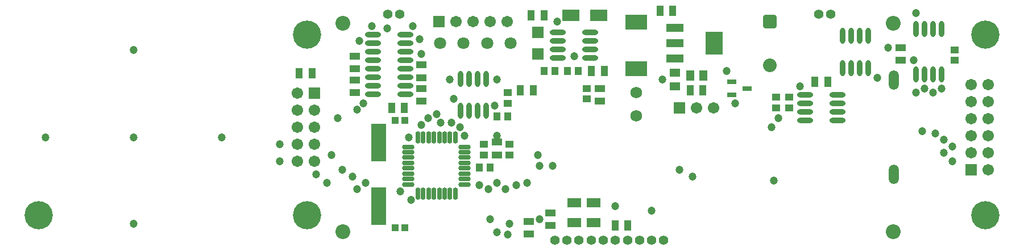
<source format=gbs>
G04 Layer_Color=16711935*
%FSLAX25Y25*%
%MOIN*%
G70*
G01*
G75*
%ADD10R,0.10249X0.04737*%
%ADD11R,0.10249X0.13792*%
%ADD12R,0.07099X0.07099*%
%ADD13R,0.04343X0.05918*%
%ADD14R,0.03950X0.03950*%
%ADD15R,0.08674X0.22453*%
%ADD16R,0.05918X0.04343*%
%ADD17O,0.09461X0.03162*%
%ADD18O,0.07296X0.02965*%
%ADD19O,0.02965X0.07296*%
%ADD20O,0.03162X0.09461*%
%ADD21R,0.04737X0.03950*%
%ADD22R,0.03950X0.04737*%
%ADD23R,0.07887X0.05328*%
%ADD24R,0.10249X0.06902*%
%ADD25R,0.12611X0.08674*%
%ADD26R,0.04737X0.06312*%
%ADD27R,0.06312X0.04737*%
%ADD28R,0.05328X0.03162*%
%ADD29C,0.16548*%
%ADD30C,0.07099*%
%ADD31C,0.06706*%
%ADD32R,0.06706X0.06706*%
%ADD33O,0.05918X0.11430*%
%ADD34C,0.08674*%
%ADD35C,0.05524*%
%ADD36R,0.06706X0.06706*%
%ADD37C,0.06800*%
G04:AMPARAMS|DCode=38|XSize=80mil|YSize=80mil|CornerRadius=13mil|HoleSize=0mil|Usage=FLASHONLY|Rotation=270.000|XOffset=0mil|YOffset=0mil|HoleType=Round|Shape=RoundedRectangle|*
%AMROUNDEDRECTD38*
21,1,0.08000,0.05400,0,0,270.0*
21,1,0.05400,0.08000,0,0,270.0*
1,1,0.02600,-0.02700,-0.02700*
1,1,0.02600,-0.02700,0.02700*
1,1,0.02600,0.02700,0.02700*
1,1,0.02600,0.02700,-0.02700*
%
%ADD38ROUNDEDRECTD38*%
%ADD39C,0.08000*%
%ADD40C,0.04737*%
D10*
X491260Y210157D02*
D03*
Y219213D02*
D03*
Y228268D02*
D03*
D11*
X514094Y219213D02*
D03*
D12*
X410709Y225512D02*
D03*
Y212913D02*
D03*
D13*
X270905Y201575D02*
D03*
X278386D02*
D03*
X325079Y181417D02*
D03*
X332559D02*
D03*
X400669Y191496D02*
D03*
X408150D02*
D03*
X456102Y112126D02*
D03*
X463583D02*
D03*
X442244Y202835D02*
D03*
X449724D02*
D03*
X414449Y235591D02*
D03*
X406968D02*
D03*
X482559Y238110D02*
D03*
X490039D02*
D03*
X500197Y191496D02*
D03*
X507677D02*
D03*
X580748Y196535D02*
D03*
X573268D02*
D03*
D14*
X327126Y110866D02*
D03*
X333032D02*
D03*
X327126Y173858D02*
D03*
X333032D02*
D03*
D15*
X317480Y161063D02*
D03*
Y123661D02*
D03*
D16*
X303622Y211614D02*
D03*
Y204134D02*
D03*
Y197756D02*
D03*
Y190276D02*
D03*
X342677Y192717D02*
D03*
Y185236D02*
D03*
Y199094D02*
D03*
Y206575D02*
D03*
X386772Y153740D02*
D03*
Y161221D02*
D03*
X405669Y114606D02*
D03*
Y107126D02*
D03*
X418268Y119646D02*
D03*
Y112165D02*
D03*
X447244Y185236D02*
D03*
Y192717D02*
D03*
X623622Y209173D02*
D03*
Y216653D02*
D03*
D17*
X314331Y189114D02*
D03*
Y194114D02*
D03*
Y199114D02*
D03*
Y204114D02*
D03*
Y209114D02*
D03*
Y214114D02*
D03*
Y219114D02*
D03*
Y224114D02*
D03*
X333228Y189114D02*
D03*
Y194114D02*
D03*
Y199114D02*
D03*
Y204114D02*
D03*
Y209114D02*
D03*
Y214114D02*
D03*
Y219114D02*
D03*
Y224114D02*
D03*
X586457Y188917D02*
D03*
Y183917D02*
D03*
Y178917D02*
D03*
Y173917D02*
D03*
X567559Y188917D02*
D03*
Y183917D02*
D03*
Y178917D02*
D03*
Y173917D02*
D03*
X422677Y210453D02*
D03*
Y215453D02*
D03*
Y220453D02*
D03*
Y225453D02*
D03*
X441575Y210453D02*
D03*
Y215453D02*
D03*
Y220453D02*
D03*
Y225453D02*
D03*
D18*
X334961Y136378D02*
D03*
Y139527D02*
D03*
Y142677D02*
D03*
Y145827D02*
D03*
Y148976D02*
D03*
Y152126D02*
D03*
Y155276D02*
D03*
Y158425D02*
D03*
X368032D02*
D03*
Y155276D02*
D03*
Y152126D02*
D03*
Y148976D02*
D03*
Y145827D02*
D03*
Y142677D02*
D03*
Y139527D02*
D03*
Y136378D02*
D03*
D19*
X340472Y163937D02*
D03*
X343622D02*
D03*
X346772D02*
D03*
X349921D02*
D03*
X353071D02*
D03*
X356221D02*
D03*
X359370D02*
D03*
X362520D02*
D03*
Y130866D02*
D03*
X359370D02*
D03*
X356221D02*
D03*
X353071D02*
D03*
X349921D02*
D03*
X346772D02*
D03*
X343622D02*
D03*
X340472D02*
D03*
D20*
X380413Y179528D02*
D03*
X375413D02*
D03*
X370413D02*
D03*
X365413D02*
D03*
X380413Y198425D02*
D03*
X375413D02*
D03*
X370413D02*
D03*
X365413D02*
D03*
X589665Y223622D02*
D03*
X594665D02*
D03*
X599665D02*
D03*
X604665D02*
D03*
X589665Y204724D02*
D03*
X594665D02*
D03*
X599665D02*
D03*
X604665D02*
D03*
X632500Y227559D02*
D03*
X637500D02*
D03*
X642500D02*
D03*
X647500D02*
D03*
X632500Y200787D02*
D03*
X637500D02*
D03*
X642500D02*
D03*
X647500D02*
D03*
D21*
X393071Y183937D02*
D03*
Y190236D02*
D03*
X394331Y160000D02*
D03*
Y153701D02*
D03*
X379213Y160000D02*
D03*
Y153701D02*
D03*
X439685Y192756D02*
D03*
Y186457D02*
D03*
X550551Y187716D02*
D03*
Y181417D02*
D03*
X558110Y187716D02*
D03*
Y181417D02*
D03*
X655118Y209134D02*
D03*
Y215433D02*
D03*
D22*
X386772Y176378D02*
D03*
X393071D02*
D03*
X382992Y146142D02*
D03*
X376693D02*
D03*
X420787Y202835D02*
D03*
X414488D02*
D03*
X428346D02*
D03*
X434646D02*
D03*
D23*
X432126Y113779D02*
D03*
Y125591D02*
D03*
X443465Y113779D02*
D03*
Y125591D02*
D03*
D24*
X430158Y235591D02*
D03*
X446693D02*
D03*
D25*
X468661Y204173D02*
D03*
Y231732D02*
D03*
D26*
X508032Y200315D02*
D03*
X500157D02*
D03*
D27*
X491339Y201890D02*
D03*
Y194016D02*
D03*
D28*
X524705Y189016D02*
D03*
Y196496D02*
D03*
X533563Y192756D02*
D03*
D29*
X673228Y224410D02*
D03*
X275590D02*
D03*
Y118110D02*
D03*
X673228D02*
D03*
X118110D02*
D03*
D30*
X394921Y219213D02*
D03*
X381142D02*
D03*
X367205D02*
D03*
X353425D02*
D03*
D31*
X392756Y231811D02*
D03*
X382756D02*
D03*
X372756D02*
D03*
X362756D02*
D03*
X270000Y150000D02*
D03*
X280000D02*
D03*
X270000Y160000D02*
D03*
X280000D02*
D03*
X270000Y170000D02*
D03*
X280000D02*
D03*
X270000Y180000D02*
D03*
X280000D02*
D03*
X270000Y190000D02*
D03*
X503858Y181417D02*
D03*
X513858D02*
D03*
X675000Y195000D02*
D03*
X665000D02*
D03*
X675000Y185000D02*
D03*
X665000D02*
D03*
X675000Y175000D02*
D03*
X665000D02*
D03*
X675000Y165000D02*
D03*
X665000D02*
D03*
X675000Y155000D02*
D03*
X665000D02*
D03*
X675000Y145000D02*
D03*
D32*
X352756Y231811D02*
D03*
X493858Y181417D02*
D03*
D33*
X619488Y142323D02*
D03*
Y197441D02*
D03*
D34*
X619291Y108661D02*
D03*
Y231102D02*
D03*
X296457D02*
D03*
Y108661D02*
D03*
D35*
X322835Y236221D02*
D03*
X329921D02*
D03*
X575591D02*
D03*
X582677D02*
D03*
X484646Y103543D02*
D03*
X477559D02*
D03*
X470472D02*
D03*
X463386D02*
D03*
X456299D02*
D03*
X420866D02*
D03*
X427953D02*
D03*
X435039D02*
D03*
X442126D02*
D03*
X449213D02*
D03*
D36*
X280000Y190000D02*
D03*
X665000Y145000D02*
D03*
D37*
X468661Y176457D02*
D03*
Y190236D02*
D03*
D38*
X546772Y232008D02*
D03*
D39*
Y206417D02*
D03*
D40*
X280945Y142362D02*
D03*
X419528Y147402D02*
D03*
X411969D02*
D03*
X309921Y137323D02*
D03*
X302362Y141102D02*
D03*
X296063Y144882D02*
D03*
X653858Y149921D02*
D03*
X648819Y154961D02*
D03*
X653858Y158740D02*
D03*
X648819Y162520D02*
D03*
X643780Y166299D02*
D03*
X122205Y163779D02*
D03*
X225512D02*
D03*
X173858Y113386D02*
D03*
Y163779D02*
D03*
Y215433D02*
D03*
X631181Y209134D02*
D03*
X564409Y194016D02*
D03*
X551811Y175118D02*
D03*
X548032Y170079D02*
D03*
X609764Y199055D02*
D03*
X632441Y236850D02*
D03*
X637480Y192756D02*
D03*
X642520Y190236D02*
D03*
X647559Y192756D02*
D03*
X616063Y216693D02*
D03*
X521575Y202835D02*
D03*
X483779Y197795D02*
D03*
X385512Y182677D02*
D03*
X361575Y186457D02*
D03*
X337638Y229291D02*
D03*
X341417Y221732D02*
D03*
X306142Y220472D02*
D03*
X313701Y229291D02*
D03*
X422047Y231811D02*
D03*
X432126Y211653D02*
D03*
X342677Y212913D02*
D03*
X322520Y228031D02*
D03*
X359055Y197795D02*
D03*
X386772D02*
D03*
X330079Y132283D02*
D03*
X336378Y127244D02*
D03*
X304882Y133543D02*
D03*
X376693Y136063D02*
D03*
X259528Y160000D02*
D03*
Y149921D02*
D03*
X304882Y180157D02*
D03*
X308661Y183937D02*
D03*
X342677Y171339D02*
D03*
X346457Y175118D02*
D03*
X386772Y108346D02*
D03*
X382992Y115905D02*
D03*
X477480Y120945D02*
D03*
X410709Y153701D02*
D03*
X381732Y133543D02*
D03*
X411969Y115905D02*
D03*
X386772Y165039D02*
D03*
X393071Y107087D02*
D03*
X398110Y136063D02*
D03*
X404410Y137323D02*
D03*
X386772D02*
D03*
X391811Y133543D02*
D03*
X394331Y113386D02*
D03*
X335118Y163779D02*
D03*
X636221Y167559D02*
D03*
X351496Y177638D02*
D03*
X354016Y172598D02*
D03*
X360315D02*
D03*
X365354Y170079D02*
D03*
X367874Y165039D02*
D03*
X632441Y190236D02*
D03*
X526614Y183937D02*
D03*
X501417Y141102D02*
D03*
X493858Y144882D02*
D03*
X293543Y175118D02*
D03*
X289764Y153701D02*
D03*
X287244Y137323D02*
D03*
X456063Y123465D02*
D03*
X549291Y138583D02*
D03*
M02*

</source>
